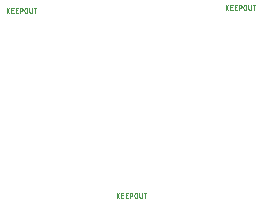
<source format=gbr>
%TF.GenerationSoftware,KiCad,Pcbnew,7.0.1*%
%TF.CreationDate,2023-04-03T10:55:15-07:00*%
%TF.ProjectId,transistor_vca,7472616e-7369-4737-946f-725f7663612e,rev?*%
%TF.SameCoordinates,Original*%
%TF.FileFunction,Other,Comment*%
%FSLAX46Y46*%
G04 Gerber Fmt 4.6, Leading zero omitted, Abs format (unit mm)*
G04 Created by KiCad (PCBNEW 7.0.1) date 2023-04-03 10:55:15*
%MOMM*%
%LPD*%
G01*
G04 APERTURE LIST*
%ADD10C,0.051000*%
G04 APERTURE END LIST*
D10*
%TO.C,JCV1*%
X34235075Y-129328838D02*
X34235075Y-128928838D01*
X34463646Y-129328838D02*
X34292217Y-129100267D01*
X34463646Y-128928838D02*
X34235075Y-129157410D01*
X34635075Y-129119314D02*
X34768408Y-129119314D01*
X34825551Y-129328838D02*
X34635075Y-129328838D01*
X34635075Y-129328838D02*
X34635075Y-128928838D01*
X34635075Y-128928838D02*
X34825551Y-128928838D01*
X34996980Y-129119314D02*
X35130313Y-129119314D01*
X35187456Y-129328838D02*
X34996980Y-129328838D01*
X34996980Y-129328838D02*
X34996980Y-128928838D01*
X34996980Y-128928838D02*
X35187456Y-128928838D01*
X35358885Y-129328838D02*
X35358885Y-128928838D01*
X35358885Y-128928838D02*
X35511266Y-128928838D01*
X35511266Y-128928838D02*
X35549361Y-128947886D01*
X35549361Y-128947886D02*
X35568408Y-128966933D01*
X35568408Y-128966933D02*
X35587456Y-129005029D01*
X35587456Y-129005029D02*
X35587456Y-129062171D01*
X35587456Y-129062171D02*
X35568408Y-129100267D01*
X35568408Y-129100267D02*
X35549361Y-129119314D01*
X35549361Y-129119314D02*
X35511266Y-129138362D01*
X35511266Y-129138362D02*
X35358885Y-129138362D01*
X35835075Y-128928838D02*
X35911266Y-128928838D01*
X35911266Y-128928838D02*
X35949361Y-128947886D01*
X35949361Y-128947886D02*
X35987456Y-128985981D01*
X35987456Y-128985981D02*
X36006504Y-129062171D01*
X36006504Y-129062171D02*
X36006504Y-129195505D01*
X36006504Y-129195505D02*
X35987456Y-129271695D01*
X35987456Y-129271695D02*
X35949361Y-129309791D01*
X35949361Y-129309791D02*
X35911266Y-129328838D01*
X35911266Y-129328838D02*
X35835075Y-129328838D01*
X35835075Y-129328838D02*
X35796980Y-129309791D01*
X35796980Y-129309791D02*
X35758885Y-129271695D01*
X35758885Y-129271695D02*
X35739837Y-129195505D01*
X35739837Y-129195505D02*
X35739837Y-129062171D01*
X35739837Y-129062171D02*
X35758885Y-128985981D01*
X35758885Y-128985981D02*
X35796980Y-128947886D01*
X35796980Y-128947886D02*
X35835075Y-128928838D01*
X36177933Y-128928838D02*
X36177933Y-129252648D01*
X36177933Y-129252648D02*
X36196980Y-129290743D01*
X36196980Y-129290743D02*
X36216028Y-129309791D01*
X36216028Y-129309791D02*
X36254123Y-129328838D01*
X36254123Y-129328838D02*
X36330314Y-129328838D01*
X36330314Y-129328838D02*
X36368409Y-129309791D01*
X36368409Y-129309791D02*
X36387456Y-129290743D01*
X36387456Y-129290743D02*
X36406504Y-129252648D01*
X36406504Y-129252648D02*
X36406504Y-128928838D01*
X36539838Y-128928838D02*
X36768409Y-128928838D01*
X36654123Y-129328838D02*
X36654123Y-128928838D01*
%TO.C,JOUT1*%
X43465904Y-113407047D02*
X43465904Y-113007047D01*
X43694475Y-113407047D02*
X43523046Y-113178476D01*
X43694475Y-113007047D02*
X43465904Y-113235619D01*
X43865904Y-113197523D02*
X43999237Y-113197523D01*
X44056380Y-113407047D02*
X43865904Y-113407047D01*
X43865904Y-113407047D02*
X43865904Y-113007047D01*
X43865904Y-113007047D02*
X44056380Y-113007047D01*
X44227809Y-113197523D02*
X44361142Y-113197523D01*
X44418285Y-113407047D02*
X44227809Y-113407047D01*
X44227809Y-113407047D02*
X44227809Y-113007047D01*
X44227809Y-113007047D02*
X44418285Y-113007047D01*
X44589714Y-113407047D02*
X44589714Y-113007047D01*
X44589714Y-113007047D02*
X44742095Y-113007047D01*
X44742095Y-113007047D02*
X44780190Y-113026095D01*
X44780190Y-113026095D02*
X44799237Y-113045142D01*
X44799237Y-113045142D02*
X44818285Y-113083238D01*
X44818285Y-113083238D02*
X44818285Y-113140380D01*
X44818285Y-113140380D02*
X44799237Y-113178476D01*
X44799237Y-113178476D02*
X44780190Y-113197523D01*
X44780190Y-113197523D02*
X44742095Y-113216571D01*
X44742095Y-113216571D02*
X44589714Y-113216571D01*
X45065904Y-113007047D02*
X45142095Y-113007047D01*
X45142095Y-113007047D02*
X45180190Y-113026095D01*
X45180190Y-113026095D02*
X45218285Y-113064190D01*
X45218285Y-113064190D02*
X45237333Y-113140380D01*
X45237333Y-113140380D02*
X45237333Y-113273714D01*
X45237333Y-113273714D02*
X45218285Y-113349904D01*
X45218285Y-113349904D02*
X45180190Y-113388000D01*
X45180190Y-113388000D02*
X45142095Y-113407047D01*
X45142095Y-113407047D02*
X45065904Y-113407047D01*
X45065904Y-113407047D02*
X45027809Y-113388000D01*
X45027809Y-113388000D02*
X44989714Y-113349904D01*
X44989714Y-113349904D02*
X44970666Y-113273714D01*
X44970666Y-113273714D02*
X44970666Y-113140380D01*
X44970666Y-113140380D02*
X44989714Y-113064190D01*
X44989714Y-113064190D02*
X45027809Y-113026095D01*
X45027809Y-113026095D02*
X45065904Y-113007047D01*
X45408762Y-113007047D02*
X45408762Y-113330857D01*
X45408762Y-113330857D02*
X45427809Y-113368952D01*
X45427809Y-113368952D02*
X45446857Y-113388000D01*
X45446857Y-113388000D02*
X45484952Y-113407047D01*
X45484952Y-113407047D02*
X45561143Y-113407047D01*
X45561143Y-113407047D02*
X45599238Y-113388000D01*
X45599238Y-113388000D02*
X45618285Y-113368952D01*
X45618285Y-113368952D02*
X45637333Y-113330857D01*
X45637333Y-113330857D02*
X45637333Y-113007047D01*
X45770667Y-113007047D02*
X45999238Y-113007047D01*
X45884952Y-113407047D02*
X45884952Y-113007047D01*
%TO.C,JIN1*%
X24923904Y-113661047D02*
X24923904Y-113261047D01*
X25152475Y-113661047D02*
X24981046Y-113432476D01*
X25152475Y-113261047D02*
X24923904Y-113489619D01*
X25323904Y-113451523D02*
X25457237Y-113451523D01*
X25514380Y-113661047D02*
X25323904Y-113661047D01*
X25323904Y-113661047D02*
X25323904Y-113261047D01*
X25323904Y-113261047D02*
X25514380Y-113261047D01*
X25685809Y-113451523D02*
X25819142Y-113451523D01*
X25876285Y-113661047D02*
X25685809Y-113661047D01*
X25685809Y-113661047D02*
X25685809Y-113261047D01*
X25685809Y-113261047D02*
X25876285Y-113261047D01*
X26047714Y-113661047D02*
X26047714Y-113261047D01*
X26047714Y-113261047D02*
X26200095Y-113261047D01*
X26200095Y-113261047D02*
X26238190Y-113280095D01*
X26238190Y-113280095D02*
X26257237Y-113299142D01*
X26257237Y-113299142D02*
X26276285Y-113337238D01*
X26276285Y-113337238D02*
X26276285Y-113394380D01*
X26276285Y-113394380D02*
X26257237Y-113432476D01*
X26257237Y-113432476D02*
X26238190Y-113451523D01*
X26238190Y-113451523D02*
X26200095Y-113470571D01*
X26200095Y-113470571D02*
X26047714Y-113470571D01*
X26523904Y-113261047D02*
X26600095Y-113261047D01*
X26600095Y-113261047D02*
X26638190Y-113280095D01*
X26638190Y-113280095D02*
X26676285Y-113318190D01*
X26676285Y-113318190D02*
X26695333Y-113394380D01*
X26695333Y-113394380D02*
X26695333Y-113527714D01*
X26695333Y-113527714D02*
X26676285Y-113603904D01*
X26676285Y-113603904D02*
X26638190Y-113642000D01*
X26638190Y-113642000D02*
X26600095Y-113661047D01*
X26600095Y-113661047D02*
X26523904Y-113661047D01*
X26523904Y-113661047D02*
X26485809Y-113642000D01*
X26485809Y-113642000D02*
X26447714Y-113603904D01*
X26447714Y-113603904D02*
X26428666Y-113527714D01*
X26428666Y-113527714D02*
X26428666Y-113394380D01*
X26428666Y-113394380D02*
X26447714Y-113318190D01*
X26447714Y-113318190D02*
X26485809Y-113280095D01*
X26485809Y-113280095D02*
X26523904Y-113261047D01*
X26866762Y-113261047D02*
X26866762Y-113584857D01*
X26866762Y-113584857D02*
X26885809Y-113622952D01*
X26885809Y-113622952D02*
X26904857Y-113642000D01*
X26904857Y-113642000D02*
X26942952Y-113661047D01*
X26942952Y-113661047D02*
X27019143Y-113661047D01*
X27019143Y-113661047D02*
X27057238Y-113642000D01*
X27057238Y-113642000D02*
X27076285Y-113622952D01*
X27076285Y-113622952D02*
X27095333Y-113584857D01*
X27095333Y-113584857D02*
X27095333Y-113261047D01*
X27228667Y-113261047D02*
X27457238Y-113261047D01*
X27342952Y-113661047D02*
X27342952Y-113261047D01*
%TD*%
M02*

</source>
